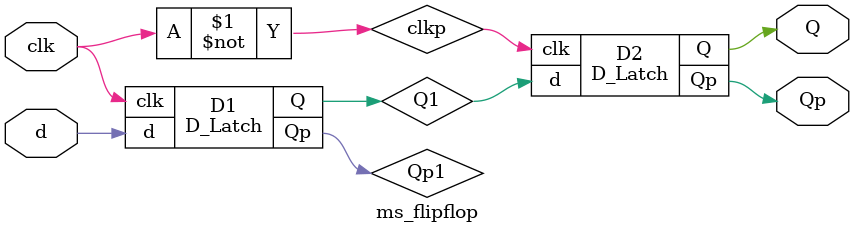
<source format=sv>
`timescale 1ns/1ns
module D_Latch (input d,clk, output Q,Qp);
	wire dp,n,dpp,clkp,j,k;
	not #6 G1(n,d);
	nand #8 G2(dpp,n,n);
	nand #8 G3(dp,d,d);
	nand #8 G4(clkp,clk,clk);
	nand #8 G5(j,dpp,clkp);
	nand #8 G6(k,dp,clkp);
	nand #8 G7(Qp,k,Q);
	nand #8 G8(Q,j,Qp);
endmodule
module ms_flipflop (input d,clk, output Q,Qp);
	wire Q1,Qp1,clkp;
	D_Latch D1 (d,clk,Q1,Qp1);
	not #6 G1(clkp,clk);
	D_Latch D2 (Q1,clkp,Q,Qp);
endmodule

</source>
